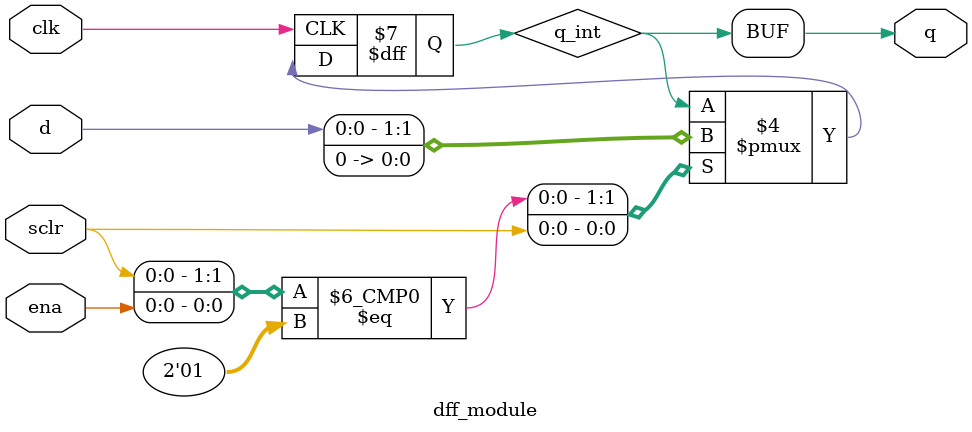
<source format=v>
module dff_module(d, clk, ena, sclr, q);

	input d, clk, ena, sclr;
	output q;
	
	reg q_int;
	
	assign q = q_int;
	
	initial begin
		q_int = 1'b0;
	end
	
	always @(posedge clk) begin
		casex({sclr, ena, d})
			3'b01x: q_int = d;
			3'b1xx: q_int = 1'b0;
			default : ;
			
		endcase
	end
	

endmodule
</source>
